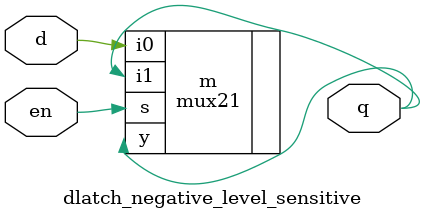
<source format=v>
module dlatch_negative_level_sensitive(d,en,q);
    input d,en;
	output q;
    mux21 m(.i1(q),.i0(d),.s(en),.y(q)); 

endmodule

</source>
